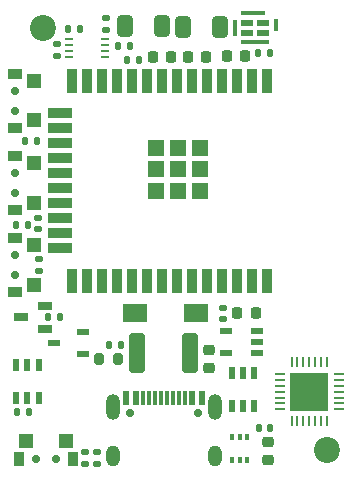
<source format=gbr>
%TF.GenerationSoftware,KiCad,Pcbnew,(6.0.9-0)*%
%TF.CreationDate,2022-11-17T22:28:28+01:00*%
%TF.ProjectId,GlowCoreMini PCB,476c6f77-436f-4726-954d-696e69205043,rev?*%
%TF.SameCoordinates,Original*%
%TF.FileFunction,Soldermask,Top*%
%TF.FilePolarity,Negative*%
%FSLAX46Y46*%
G04 Gerber Fmt 4.6, Leading zero omitted, Abs format (unit mm)*
G04 Created by KiCad (PCBNEW (6.0.9-0)) date 2022-11-17 22:28:28*
%MOMM*%
%LPD*%
G01*
G04 APERTURE LIST*
G04 Aperture macros list*
%AMRoundRect*
0 Rectangle with rounded corners*
0 $1 Rounding radius*
0 $2 $3 $4 $5 $6 $7 $8 $9 X,Y pos of 4 corners*
0 Add a 4 corners polygon primitive as box body*
4,1,4,$2,$3,$4,$5,$6,$7,$8,$9,$2,$3,0*
0 Add four circle primitives for the rounded corners*
1,1,$1+$1,$2,$3*
1,1,$1+$1,$4,$5*
1,1,$1+$1,$6,$7*
1,1,$1+$1,$8,$9*
0 Add four rect primitives between the rounded corners*
20,1,$1+$1,$2,$3,$4,$5,0*
20,1,$1+$1,$4,$5,$6,$7,0*
20,1,$1+$1,$6,$7,$8,$9,0*
20,1,$1+$1,$8,$9,$2,$3,0*%
G04 Aperture macros list end*
%ADD10R,2.000000X0.450013*%
%ADD11R,0.450013X1.000000*%
%ADD12R,2.400000X0.450013*%
%ADD13R,0.450013X1.400000*%
%ADD14R,1.050013X0.550013*%
%ADD15RoundRect,0.225000X0.250000X-0.225000X0.250000X0.225000X-0.250000X0.225000X-0.250000X-0.225000X0*%
%ADD16RoundRect,0.135000X0.135000X0.185000X-0.135000X0.185000X-0.135000X-0.185000X0.135000X-0.185000X0*%
%ADD17C,2.200000*%
%ADD18RoundRect,0.250000X0.400000X1.450000X-0.400000X1.450000X-0.400000X-1.450000X0.400000X-1.450000X0*%
%ADD19RoundRect,0.200000X0.200000X0.275000X-0.200000X0.275000X-0.200000X-0.275000X0.200000X-0.275000X0*%
%ADD20R,0.550013X1.000000*%
%ADD21R,1.250013X0.700000*%
%ADD22RoundRect,0.140000X-0.170000X0.140000X-0.170000X-0.140000X0.170000X-0.140000X0.170000X0.140000X0*%
%ADD23R,0.900000X0.280010*%
%ADD24R,0.280010X0.900000*%
%ADD25R,3.300000X3.300000*%
%ADD26RoundRect,0.225000X-0.225000X-0.250000X0.225000X-0.250000X0.225000X0.250000X-0.225000X0.250000X0*%
%ADD27R,2.046380X1.620015*%
%ADD28C,0.700025*%
%ADD29R,1.200000X0.900000*%
%ADD30R,1.300000X1.200000*%
%ADD31RoundRect,0.250000X-0.412500X-0.650000X0.412500X-0.650000X0.412500X0.650000X-0.412500X0.650000X0*%
%ADD32O,0.750013X0.250013*%
%ADD33RoundRect,0.135000X-0.185000X0.135000X-0.185000X-0.135000X0.185000X-0.135000X0.185000X0.135000X0*%
%ADD34RoundRect,0.135000X-0.135000X-0.185000X0.135000X-0.185000X0.135000X0.185000X-0.135000X0.185000X0*%
%ADD35RoundRect,0.140000X0.140000X0.170000X-0.140000X0.170000X-0.140000X-0.170000X0.140000X-0.170000X0*%
%ADD36R,1.000000X0.600000*%
%ADD37R,1.070003X0.600000*%
%ADD38RoundRect,0.135000X0.185000X-0.135000X0.185000X0.135000X-0.185000X0.135000X-0.185000X-0.135000X0*%
%ADD39R,0.900000X1.200000*%
%ADD40R,1.200000X1.300000*%
%ADD41R,0.419990X0.600000*%
%ADD42R,0.900000X2.000000*%
%ADD43R,2.000000X0.900000*%
%ADD44R,1.330000X1.330000*%
%ADD45R,0.600000X1.300000*%
%ADD46R,0.300000X1.300000*%
%ADD47O,1.200000X2.200000*%
%ADD48O,1.200000X1.800000*%
%ADD49RoundRect,0.140000X-0.140000X-0.170000X0.140000X-0.170000X0.140000X0.170000X-0.140000X0.170000X0*%
%ADD50RoundRect,0.140000X0.170000X-0.140000X0.170000X0.140000X-0.170000X0.140000X-0.170000X-0.140000X0*%
G04 APERTURE END LIST*
D10*
%TO.C,U3*%
X104092349Y-49965468D03*
D11*
X106017368Y-50971488D03*
D12*
X104292451Y-52415557D03*
D13*
X102567533Y-51190512D03*
D14*
X103617317Y-50765569D03*
X104967584Y-50765569D03*
X104967584Y-51615455D03*
X103617317Y-51615455D03*
%TD*%
D15*
%TO.C,C14*%
X100406200Y-79997600D03*
X100406200Y-78447600D03*
%TD*%
D16*
%TO.C,R6*%
X85092000Y-83743800D03*
X84072000Y-83743800D03*
%TD*%
D17*
%TO.C,H1*%
X86309200Y-51231800D03*
%TD*%
D18*
%TO.C,F1*%
X98745000Y-78740000D03*
X94295000Y-78740000D03*
%TD*%
D19*
%TO.C,R4*%
X92699950Y-79248600D03*
X91049950Y-79248600D03*
%TD*%
D20*
%TO.C,U9*%
X104188515Y-80413349D03*
X103238553Y-80413349D03*
X102288591Y-80413349D03*
X102288591Y-83213451D03*
X103238553Y-83213451D03*
X104188515Y-83213451D03*
%TD*%
D16*
%TO.C,R5*%
X87736750Y-75692600D03*
X86716750Y-75692600D03*
%TD*%
D21*
%TO.C,U5*%
X86476549Y-76660303D03*
X86476549Y-74760379D03*
X84476549Y-75710341D03*
%TD*%
D17*
%TO.C,H2*%
X110337600Y-86893400D03*
%TD*%
D22*
%TO.C,C8*%
X101513848Y-74897587D03*
X101513848Y-75857587D03*
%TD*%
D23*
%TO.C,U12*%
X106361721Y-80490133D03*
X106361721Y-80990514D03*
X106361721Y-81490895D03*
X106361721Y-81991276D03*
X106361721Y-82491657D03*
X106361721Y-82992038D03*
X106361721Y-83492419D03*
D24*
X107360451Y-84491403D03*
X107860832Y-84491403D03*
X108361213Y-84491403D03*
X108861594Y-84491403D03*
X109361975Y-84491403D03*
X109862356Y-84491403D03*
X110362737Y-84491403D03*
D23*
X111361721Y-83492419D03*
X111361721Y-82992038D03*
X111361721Y-82491657D03*
X111361721Y-81991276D03*
X111361721Y-81490895D03*
X111361721Y-80990514D03*
X111361721Y-80490133D03*
D24*
X110362737Y-79491403D03*
X109862356Y-79491403D03*
X109361975Y-79491403D03*
X108861594Y-79491403D03*
X108361213Y-79491403D03*
X107860832Y-79491403D03*
X107360451Y-79491403D03*
D25*
X108861594Y-81991276D03*
%TD*%
D26*
%TO.C,C6*%
X102758448Y-75354787D03*
X104308448Y-75354787D03*
%TD*%
D27*
%TO.C,U7*%
X99237831Y-75361825D03*
X94107020Y-75361825D03*
%TD*%
D26*
%TO.C,C5*%
X101853400Y-53545855D03*
X103403400Y-53545855D03*
%TD*%
D28*
%TO.C,SW2*%
X83985932Y-58203686D03*
X83985932Y-56503660D03*
D29*
X83985932Y-59653775D03*
X83985932Y-55053825D03*
D30*
X85535843Y-59028679D03*
X85535843Y-55678667D03*
%TD*%
D31*
%TO.C,C7*%
X98183300Y-51155600D03*
X101308300Y-51155600D03*
%TD*%
D32*
%TO.C,U2*%
X91605780Y-53617663D03*
X91605780Y-53117536D03*
X91605780Y-52617663D03*
X91605780Y-52117536D03*
X88505958Y-52117536D03*
X88505958Y-52617663D03*
X88505958Y-53117536D03*
X88505958Y-53617663D03*
%TD*%
D31*
%TO.C,C9*%
X93230300Y-51003200D03*
X96355300Y-51003200D03*
%TD*%
D33*
%TO.C,R13*%
X85956750Y-70737600D03*
X85956750Y-71757600D03*
%TD*%
D28*
%TO.C,SW3*%
X83985932Y-70397460D03*
X83985932Y-72097486D03*
D29*
X83985932Y-73547575D03*
X83985932Y-68947625D03*
D30*
X85535843Y-72922479D03*
X85535843Y-69572467D03*
%TD*%
D16*
%TO.C,R14*%
X93702600Y-52730400D03*
X92682600Y-52730400D03*
%TD*%
D22*
%TO.C,C1*%
X91617800Y-50370800D03*
X91617800Y-51330800D03*
%TD*%
D34*
%TO.C,R12*%
X93444600Y-53898800D03*
X94464600Y-53898800D03*
%TD*%
%TO.C,R9*%
X84783200Y-60731400D03*
X85803200Y-60731400D03*
%TD*%
%TO.C,R3*%
X91898350Y-78004000D03*
X92918350Y-78004000D03*
%TD*%
D35*
%TO.C,C4*%
X105509000Y-53289200D03*
X104549000Y-53289200D03*
%TD*%
D28*
%TO.C,SW4*%
X83985932Y-63450560D03*
X83985932Y-65150586D03*
D29*
X83985932Y-66600675D03*
X83985932Y-62000725D03*
D30*
X85535843Y-65975579D03*
X85535843Y-62625567D03*
%TD*%
D36*
%TO.C,U6*%
X104401852Y-78750711D03*
X104401852Y-77800749D03*
X104401852Y-76850787D03*
X101801648Y-76850787D03*
X101801648Y-78750711D03*
%TD*%
D37*
%TO.C,U11*%
X89728677Y-78800962D03*
X89728677Y-76901038D03*
X87258523Y-77851000D03*
%TD*%
D38*
%TO.C,R7*%
X89890600Y-88147200D03*
X89890600Y-87127200D03*
%TD*%
D16*
%TO.C,R15*%
X85041200Y-67919600D03*
X84021200Y-67919600D03*
%TD*%
D28*
%TO.C,SW1*%
X85701374Y-87692668D03*
X87401400Y-87692668D03*
D39*
X88851489Y-87692668D03*
X84251539Y-87692668D03*
D40*
X88226393Y-86142757D03*
X84876381Y-86142757D03*
%TD*%
D38*
%TO.C,R8*%
X90855800Y-88147200D03*
X90855800Y-87127200D03*
%TD*%
D15*
%TO.C,C10*%
X105333800Y-87770000D03*
X105333800Y-86220000D03*
%TD*%
D41*
%TO.C,U14*%
X102321613Y-87767162D03*
X102971600Y-87767162D03*
X103621587Y-87767162D03*
X103621587Y-85867238D03*
X102971600Y-85867238D03*
X102321613Y-85867238D03*
%TD*%
D42*
%TO.C,U1*%
X105250150Y-55653500D03*
X103980150Y-55653500D03*
X102710150Y-55653500D03*
X101440150Y-55653500D03*
X100170150Y-55653500D03*
X98900150Y-55653500D03*
X97630150Y-55653500D03*
X96360150Y-55653500D03*
X95090150Y-55653500D03*
X93820150Y-55653500D03*
X92550150Y-55653500D03*
X91280150Y-55653500D03*
X90010150Y-55653500D03*
X88740150Y-55653500D03*
D43*
X87740150Y-58438500D03*
X87740150Y-59708500D03*
X87740150Y-60978500D03*
X87740150Y-62248500D03*
X87740150Y-63518500D03*
X87740150Y-64788500D03*
X87740150Y-66058500D03*
X87740150Y-67328500D03*
X87740150Y-68598500D03*
X87740150Y-69868500D03*
D42*
X88740150Y-72653500D03*
X90010150Y-72653500D03*
X91280150Y-72653500D03*
X92550150Y-72653500D03*
X93820150Y-72653500D03*
X95090150Y-72653500D03*
X96360150Y-72653500D03*
X97630150Y-72653500D03*
X98900150Y-72653500D03*
X100170150Y-72653500D03*
X101440150Y-72653500D03*
X102710150Y-72653500D03*
X103980150Y-72653500D03*
X105250150Y-72653500D03*
D44*
X97750150Y-63153500D03*
X99585150Y-63153500D03*
X95915150Y-61318500D03*
X95915150Y-64988500D03*
X95915150Y-63153500D03*
X99585150Y-61318500D03*
X97750150Y-64988500D03*
X97750150Y-61318500D03*
X99585150Y-64988500D03*
%TD*%
D28*
%TO.C,USB1*%
X93658532Y-83781855D03*
X99438568Y-83781855D03*
D45*
X93348652Y-82539284D03*
X94148499Y-82539284D03*
D46*
X95298614Y-82539284D03*
X96298614Y-82539284D03*
X96798486Y-82539284D03*
X97798486Y-82539284D03*
D45*
X99748448Y-82539284D03*
X98948601Y-82539284D03*
D46*
X98298614Y-82539284D03*
X97298614Y-82539284D03*
X95798486Y-82539284D03*
X94798486Y-82539284D03*
D47*
X100868591Y-83281728D03*
D48*
X92228509Y-87461814D03*
D47*
X92228509Y-83281728D03*
D48*
X100868591Y-87461814D03*
%TD*%
D49*
%TO.C,C11*%
X104574400Y-85064600D03*
X105534400Y-85064600D03*
%TD*%
D26*
%TO.C,C12*%
X98589800Y-53669000D03*
X100139800Y-53669000D03*
%TD*%
D16*
%TO.C,R1*%
X89460800Y-51257200D03*
X88440800Y-51257200D03*
%TD*%
D50*
%TO.C,C13*%
X85931350Y-68247800D03*
X85931350Y-67287800D03*
%TD*%
D20*
%TO.C,U4*%
X85938260Y-79702149D03*
X84988298Y-79702149D03*
X84038336Y-79702149D03*
X84038336Y-82502251D03*
X84988298Y-82502251D03*
X85938260Y-82502251D03*
%TD*%
D50*
%TO.C,C2*%
X87528400Y-53540600D03*
X87528400Y-52580600D03*
%TD*%
D26*
%TO.C,C3*%
X95631000Y-53669000D03*
X97181000Y-53669000D03*
%TD*%
M02*

</source>
